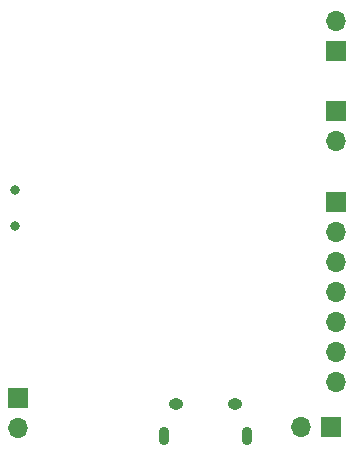
<source format=gbs>
G04 #@! TF.GenerationSoftware,KiCad,Pcbnew,(5.1.9)-1*
G04 #@! TF.CreationDate,2021-07-08T10:50:12+02:00*
G04 #@! TF.ProjectId,iot-postbox,696f742d-706f-4737-9462-6f782e6b6963,v0.0*
G04 #@! TF.SameCoordinates,Original*
G04 #@! TF.FileFunction,Soldermask,Bot*
G04 #@! TF.FilePolarity,Negative*
%FSLAX46Y46*%
G04 Gerber Fmt 4.6, Leading zero omitted, Abs format (unit mm)*
G04 Created by KiCad (PCBNEW (5.1.9)-1) date 2021-07-08 10:50:12*
%MOMM*%
%LPD*%
G01*
G04 APERTURE LIST*
%ADD10O,1.700000X1.700000*%
%ADD11R,1.700000X1.700000*%
%ADD12C,0.800000*%
%ADD13O,1.250000X0.950000*%
%ADD14O,0.890000X1.550000*%
G04 APERTURE END LIST*
D10*
X129032000Y-146418300D03*
X129032000Y-143878300D03*
X129032000Y-141338300D03*
X129032000Y-138798300D03*
X129032000Y-136258300D03*
X129032000Y-133718300D03*
D11*
X129032000Y-131178300D03*
D12*
X101900000Y-130200000D03*
X101900000Y-133200000D03*
D11*
X102180000Y-147820000D03*
D10*
X102180000Y-150360000D03*
D13*
X115510000Y-148320000D03*
X120510000Y-148320000D03*
D14*
X114510000Y-151020000D03*
X121510000Y-151020000D03*
D10*
X126120000Y-150260000D03*
D11*
X128660000Y-150260000D03*
D10*
X129030000Y-115880000D03*
D11*
X129030000Y-118420000D03*
D10*
X129030000Y-126060000D03*
D11*
X129030000Y-123520000D03*
M02*

</source>
